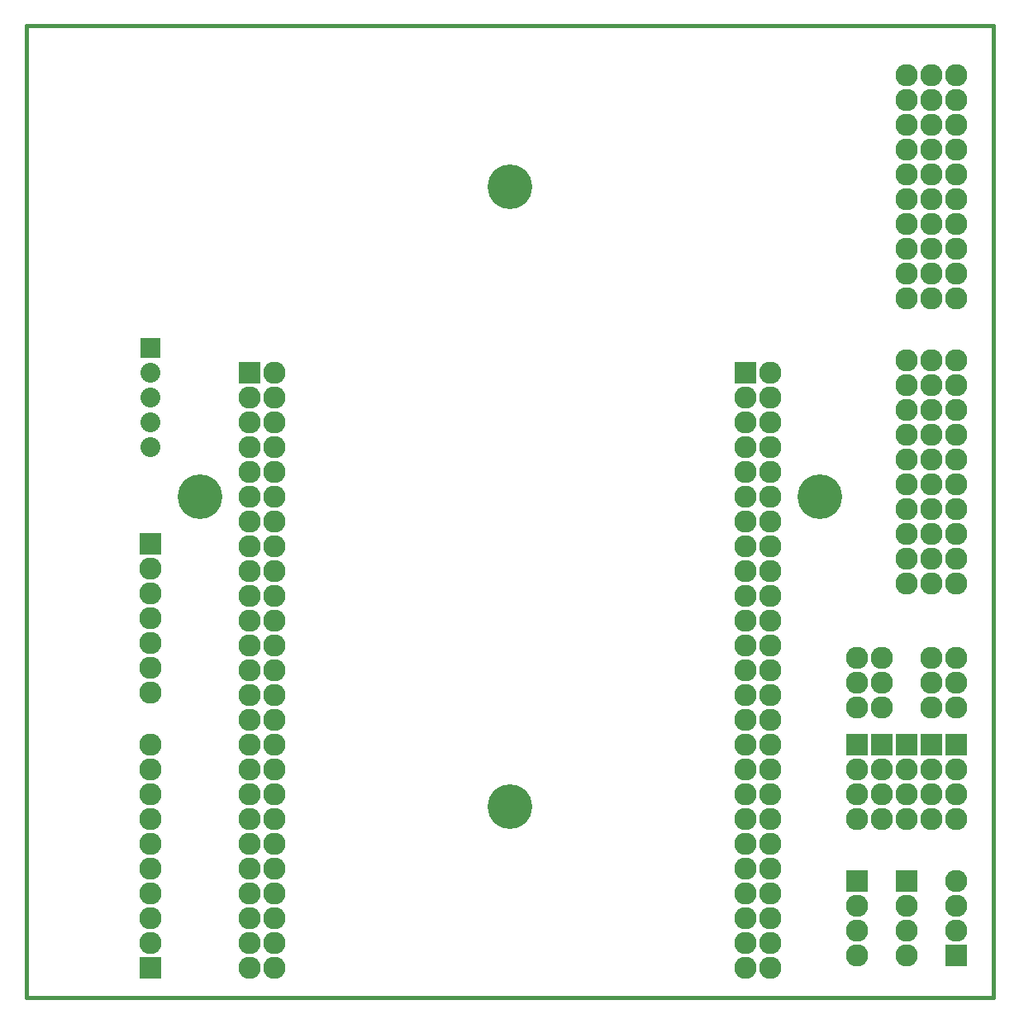
<source format=gbs>
G04 (created by PCBNEW-RS274X (2012-01-19 BZR 3256)-stable) date 5/8/2013 11:12:38 PM*
G01*
G70*
G90*
%MOIN*%
G04 Gerber Fmt 3.4, Leading zero omitted, Abs format*
%FSLAX34Y34*%
G04 APERTURE LIST*
%ADD10C,0.000100*%
%ADD11C,0.015000*%
%ADD12R,0.085000X0.085000*%
%ADD13C,0.090000*%
%ADD14C,0.180000*%
%ADD15R,0.090000X0.090000*%
%ADD16R,0.080000X0.080000*%
%ADD17C,0.080000*%
G04 APERTURE END LIST*
G54D10*
G54D11*
X73000Y-58200D02*
X72600Y-58200D01*
X73000Y-57800D02*
X73000Y-58200D01*
X34000Y-57600D02*
X34000Y-58200D01*
X73000Y-19000D02*
X34000Y-19000D01*
X73000Y-58000D02*
X73000Y-19000D01*
X34000Y-58200D02*
X73000Y-58200D01*
X34000Y-19000D02*
X34000Y-58000D01*
G54D12*
X43000Y-33000D03*
G54D13*
X44000Y-33000D03*
X43000Y-34000D03*
X44000Y-34000D03*
X44000Y-35000D03*
X43000Y-35000D03*
X44000Y-36000D03*
X43000Y-36000D03*
X44000Y-37000D03*
X43000Y-37000D03*
X44000Y-38000D03*
X43000Y-38000D03*
X44000Y-39000D03*
X43000Y-39000D03*
X44000Y-40000D03*
X43000Y-40000D03*
X44000Y-41000D03*
X43000Y-41000D03*
X44000Y-42000D03*
X43000Y-42000D03*
X44000Y-43000D03*
X43000Y-43000D03*
X44000Y-44000D03*
X43000Y-44000D03*
X44000Y-45000D03*
X43000Y-45000D03*
X44000Y-46000D03*
X43000Y-46000D03*
X44000Y-47000D03*
X43000Y-47000D03*
X44000Y-48000D03*
X43000Y-48000D03*
X44000Y-49000D03*
X43000Y-49000D03*
X44000Y-50000D03*
X43000Y-50000D03*
X44000Y-51000D03*
X43000Y-51000D03*
X44000Y-52000D03*
X43000Y-52000D03*
X44000Y-53000D03*
X43000Y-53000D03*
X44000Y-54000D03*
X43000Y-54000D03*
X44000Y-55000D03*
X43000Y-55000D03*
X44000Y-56000D03*
X43000Y-56000D03*
X44000Y-57000D03*
X43000Y-57000D03*
X63000Y-57000D03*
X64000Y-57000D03*
X63000Y-56000D03*
X64000Y-56000D03*
X63000Y-55000D03*
X64000Y-55000D03*
X63000Y-54000D03*
X64000Y-54000D03*
X63000Y-53000D03*
X64000Y-53000D03*
X63000Y-52000D03*
X64000Y-52000D03*
X63000Y-51000D03*
X64000Y-51000D03*
X63000Y-50000D03*
X64000Y-50000D03*
X63000Y-49000D03*
X64000Y-49000D03*
X63000Y-48000D03*
X64000Y-48000D03*
X63000Y-47000D03*
X64000Y-47000D03*
X63000Y-46000D03*
X64000Y-46000D03*
X63000Y-45000D03*
X64000Y-45000D03*
X63000Y-44000D03*
X64000Y-44000D03*
X63000Y-43000D03*
X64000Y-43000D03*
X63000Y-42000D03*
X64000Y-42000D03*
X63000Y-41000D03*
X64000Y-41000D03*
X63000Y-40000D03*
X64000Y-40000D03*
X63000Y-39000D03*
X64000Y-39000D03*
X63000Y-38000D03*
X64000Y-38000D03*
X63000Y-37000D03*
X64000Y-37000D03*
X63000Y-36000D03*
X64000Y-36000D03*
X63000Y-35000D03*
X64000Y-35000D03*
X63000Y-34000D03*
X64000Y-34000D03*
G54D12*
X63000Y-33000D03*
G54D13*
X64000Y-33000D03*
X69500Y-32500D03*
X69500Y-33500D03*
X69500Y-34500D03*
X69500Y-35500D03*
X69500Y-36500D03*
X69500Y-37500D03*
X69500Y-38500D03*
X69500Y-39500D03*
X69500Y-40500D03*
X69500Y-41500D03*
X70500Y-32500D03*
X70500Y-33500D03*
X70500Y-34500D03*
X70500Y-35500D03*
X70500Y-36500D03*
X70500Y-37500D03*
X70500Y-38500D03*
X70500Y-39500D03*
X70500Y-40500D03*
X70500Y-41500D03*
X71500Y-32500D03*
X71500Y-33500D03*
X71500Y-34500D03*
X71500Y-35500D03*
X71500Y-36500D03*
X71500Y-37500D03*
X71500Y-38500D03*
X71500Y-39500D03*
X71500Y-40500D03*
X71500Y-41500D03*
X69500Y-21000D03*
X69500Y-22000D03*
X69500Y-23000D03*
X69500Y-24000D03*
X69500Y-25000D03*
X69500Y-26000D03*
X69500Y-27000D03*
X69500Y-28000D03*
X69500Y-29000D03*
X69500Y-30000D03*
X70500Y-21000D03*
X70500Y-22000D03*
X70500Y-23000D03*
X70500Y-24000D03*
X70500Y-25000D03*
X70500Y-26000D03*
X70500Y-27000D03*
X70500Y-28000D03*
X70500Y-29000D03*
X70500Y-30000D03*
X71500Y-21000D03*
X71500Y-22000D03*
X71500Y-23000D03*
X71500Y-24000D03*
X71500Y-25000D03*
X71500Y-26000D03*
X71500Y-27000D03*
X71500Y-28000D03*
X71500Y-29000D03*
X71500Y-30000D03*
G54D14*
X53500Y-25500D03*
X66000Y-38000D03*
G54D15*
X71500Y-48000D03*
G54D13*
X71500Y-49000D03*
X71500Y-50000D03*
X71500Y-51000D03*
G54D15*
X70500Y-48000D03*
G54D13*
X70500Y-49000D03*
X70500Y-50000D03*
X70500Y-51000D03*
G54D15*
X69500Y-48000D03*
G54D13*
X69500Y-49000D03*
X69500Y-50000D03*
X69500Y-51000D03*
G54D15*
X68500Y-48000D03*
G54D13*
X68500Y-49000D03*
X68500Y-50000D03*
X68500Y-51000D03*
G54D15*
X67500Y-48000D03*
G54D13*
X67500Y-49000D03*
X67500Y-50000D03*
X67500Y-51000D03*
X71500Y-44500D03*
X71500Y-45500D03*
X71500Y-46500D03*
X70500Y-44500D03*
X70500Y-45500D03*
X70500Y-46500D03*
X68500Y-44500D03*
X68500Y-45500D03*
X68500Y-46500D03*
X67500Y-44500D03*
X67500Y-45500D03*
X67500Y-46500D03*
G54D12*
X39000Y-57000D03*
G54D13*
X39000Y-56000D03*
X39000Y-55000D03*
X39000Y-54000D03*
X39000Y-53000D03*
X39000Y-52000D03*
X39000Y-51000D03*
X39000Y-50000D03*
X39000Y-49000D03*
X39000Y-48000D03*
G54D15*
X67500Y-53500D03*
G54D13*
X67500Y-54500D03*
X67500Y-55500D03*
X67500Y-56500D03*
X71500Y-53500D03*
X71500Y-54500D03*
X71500Y-55500D03*
G54D15*
X71500Y-56500D03*
X69500Y-53500D03*
G54D13*
X69500Y-54500D03*
X69500Y-55500D03*
X69500Y-56500D03*
G54D14*
X53500Y-50500D03*
X41000Y-38000D03*
G54D12*
X39000Y-39900D03*
G54D13*
X39000Y-40900D03*
X39000Y-41900D03*
X39000Y-42900D03*
X39000Y-43900D03*
X39000Y-44900D03*
X39000Y-45900D03*
G54D16*
X39000Y-31990D03*
G54D17*
X39000Y-32990D03*
X39000Y-33990D03*
X39000Y-34990D03*
X39000Y-35990D03*
M02*

</source>
